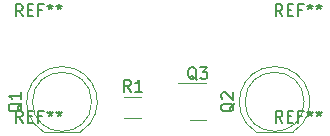
<source format=gbr>
%TF.GenerationSoftware,KiCad,Pcbnew,(6.0.4)*%
%TF.CreationDate,2024-08-12T15:42:03+08:00*%
%TF.ProjectId,laser tanks,6c617365-7220-4746-916e-6b732e6b6963,rev?*%
%TF.SameCoordinates,Original*%
%TF.FileFunction,Legend,Top*%
%TF.FilePolarity,Positive*%
%FSLAX46Y46*%
G04 Gerber Fmt 4.6, Leading zero omitted, Abs format (unit mm)*
G04 Created by KiCad (PCBNEW (6.0.4)) date 2024-08-12 15:42:03*
%MOMM*%
%LPD*%
G01*
G04 APERTURE LIST*
%ADD10C,0.150000*%
%ADD11C,0.120000*%
G04 APERTURE END LIST*
D10*
%TO.C,REF\u002A\u002A*%
X102666666Y-109252380D02*
X102333333Y-108776190D01*
X102095238Y-109252380D02*
X102095238Y-108252380D01*
X102476190Y-108252380D01*
X102571428Y-108300000D01*
X102619047Y-108347619D01*
X102666666Y-108442857D01*
X102666666Y-108585714D01*
X102619047Y-108680952D01*
X102571428Y-108728571D01*
X102476190Y-108776190D01*
X102095238Y-108776190D01*
X103095238Y-108728571D02*
X103428571Y-108728571D01*
X103571428Y-109252380D02*
X103095238Y-109252380D01*
X103095238Y-108252380D01*
X103571428Y-108252380D01*
X104333333Y-108728571D02*
X104000000Y-108728571D01*
X104000000Y-109252380D02*
X104000000Y-108252380D01*
X104476190Y-108252380D01*
X105000000Y-108252380D02*
X105000000Y-108490476D01*
X104761904Y-108395238D02*
X105000000Y-108490476D01*
X105238095Y-108395238D01*
X104857142Y-108680952D02*
X105000000Y-108490476D01*
X105142857Y-108680952D01*
X105761904Y-108252380D02*
X105761904Y-108490476D01*
X105523809Y-108395238D02*
X105761904Y-108490476D01*
X106000000Y-108395238D01*
X105619047Y-108680952D02*
X105761904Y-108490476D01*
X105904761Y-108680952D01*
X102666666Y-100252380D02*
X102333333Y-99776190D01*
X102095238Y-100252380D02*
X102095238Y-99252380D01*
X102476190Y-99252380D01*
X102571428Y-99300000D01*
X102619047Y-99347619D01*
X102666666Y-99442857D01*
X102666666Y-99585714D01*
X102619047Y-99680952D01*
X102571428Y-99728571D01*
X102476190Y-99776190D01*
X102095238Y-99776190D01*
X103095238Y-99728571D02*
X103428571Y-99728571D01*
X103571428Y-100252380D02*
X103095238Y-100252380D01*
X103095238Y-99252380D01*
X103571428Y-99252380D01*
X104333333Y-99728571D02*
X104000000Y-99728571D01*
X104000000Y-100252380D02*
X104000000Y-99252380D01*
X104476190Y-99252380D01*
X105000000Y-99252380D02*
X105000000Y-99490476D01*
X104761904Y-99395238D02*
X105000000Y-99490476D01*
X105238095Y-99395238D01*
X104857142Y-99680952D02*
X105000000Y-99490476D01*
X105142857Y-99680952D01*
X105761904Y-99252380D02*
X105761904Y-99490476D01*
X105523809Y-99395238D02*
X105761904Y-99490476D01*
X106000000Y-99395238D01*
X105619047Y-99680952D02*
X105761904Y-99490476D01*
X105904761Y-99680952D01*
X124666666Y-100252380D02*
X124333333Y-99776190D01*
X124095238Y-100252380D02*
X124095238Y-99252380D01*
X124476190Y-99252380D01*
X124571428Y-99300000D01*
X124619047Y-99347619D01*
X124666666Y-99442857D01*
X124666666Y-99585714D01*
X124619047Y-99680952D01*
X124571428Y-99728571D01*
X124476190Y-99776190D01*
X124095238Y-99776190D01*
X125095238Y-99728571D02*
X125428571Y-99728571D01*
X125571428Y-100252380D02*
X125095238Y-100252380D01*
X125095238Y-99252380D01*
X125571428Y-99252380D01*
X126333333Y-99728571D02*
X126000000Y-99728571D01*
X126000000Y-100252380D02*
X126000000Y-99252380D01*
X126476190Y-99252380D01*
X127000000Y-99252380D02*
X127000000Y-99490476D01*
X126761904Y-99395238D02*
X127000000Y-99490476D01*
X127238095Y-99395238D01*
X126857142Y-99680952D02*
X127000000Y-99490476D01*
X127142857Y-99680952D01*
X127761904Y-99252380D02*
X127761904Y-99490476D01*
X127523809Y-99395238D02*
X127761904Y-99490476D01*
X128000000Y-99395238D01*
X127619047Y-99680952D02*
X127761904Y-99490476D01*
X127904761Y-99680952D01*
X124666666Y-109252380D02*
X124333333Y-108776190D01*
X124095238Y-109252380D02*
X124095238Y-108252380D01*
X124476190Y-108252380D01*
X124571428Y-108300000D01*
X124619047Y-108347619D01*
X124666666Y-108442857D01*
X124666666Y-108585714D01*
X124619047Y-108680952D01*
X124571428Y-108728571D01*
X124476190Y-108776190D01*
X124095238Y-108776190D01*
X125095238Y-108728571D02*
X125428571Y-108728571D01*
X125571428Y-109252380D02*
X125095238Y-109252380D01*
X125095238Y-108252380D01*
X125571428Y-108252380D01*
X126333333Y-108728571D02*
X126000000Y-108728571D01*
X126000000Y-109252380D02*
X126000000Y-108252380D01*
X126476190Y-108252380D01*
X127000000Y-108252380D02*
X127000000Y-108490476D01*
X126761904Y-108395238D02*
X127000000Y-108490476D01*
X127238095Y-108395238D01*
X126857142Y-108680952D02*
X127000000Y-108490476D01*
X127142857Y-108680952D01*
X127761904Y-108252380D02*
X127761904Y-108490476D01*
X127523809Y-108395238D02*
X127761904Y-108490476D01*
X128000000Y-108395238D01*
X127619047Y-108680952D02*
X127761904Y-108490476D01*
X127904761Y-108680952D01*
%TO.C,Q3*%
X117404761Y-105647619D02*
X117309523Y-105600000D01*
X117214285Y-105504761D01*
X117071428Y-105361904D01*
X116976190Y-105314285D01*
X116880952Y-105314285D01*
X116928571Y-105552380D02*
X116833333Y-105504761D01*
X116738095Y-105409523D01*
X116690476Y-105219047D01*
X116690476Y-104885714D01*
X116738095Y-104695238D01*
X116833333Y-104600000D01*
X116928571Y-104552380D01*
X117119047Y-104552380D01*
X117214285Y-104600000D01*
X117309523Y-104695238D01*
X117357142Y-104885714D01*
X117357142Y-105219047D01*
X117309523Y-105409523D01*
X117214285Y-105504761D01*
X117119047Y-105552380D01*
X116928571Y-105552380D01*
X117690476Y-104552380D02*
X118309523Y-104552380D01*
X117976190Y-104933333D01*
X118119047Y-104933333D01*
X118214285Y-104980952D01*
X118261904Y-105028571D01*
X118309523Y-105123809D01*
X118309523Y-105361904D01*
X118261904Y-105457142D01*
X118214285Y-105504761D01*
X118119047Y-105552380D01*
X117833333Y-105552380D01*
X117738095Y-105504761D01*
X117690476Y-105457142D01*
%TO.C,Q2*%
X120587619Y-107595238D02*
X120540000Y-107690476D01*
X120444761Y-107785714D01*
X120301904Y-107928571D01*
X120254285Y-108023809D01*
X120254285Y-108119047D01*
X120492380Y-108071428D02*
X120444761Y-108166666D01*
X120349523Y-108261904D01*
X120159047Y-108309523D01*
X119825714Y-108309523D01*
X119635238Y-108261904D01*
X119540000Y-108166666D01*
X119492380Y-108071428D01*
X119492380Y-107880952D01*
X119540000Y-107785714D01*
X119635238Y-107690476D01*
X119825714Y-107642857D01*
X120159047Y-107642857D01*
X120349523Y-107690476D01*
X120444761Y-107785714D01*
X120492380Y-107880952D01*
X120492380Y-108071428D01*
X119587619Y-107261904D02*
X119540000Y-107214285D01*
X119492380Y-107119047D01*
X119492380Y-106880952D01*
X119540000Y-106785714D01*
X119587619Y-106738095D01*
X119682857Y-106690476D01*
X119778095Y-106690476D01*
X119920952Y-106738095D01*
X120492380Y-107309523D01*
X120492380Y-106690476D01*
%TO.C,Q1*%
X102587619Y-107595238D02*
X102540000Y-107690476D01*
X102444761Y-107785714D01*
X102301904Y-107928571D01*
X102254285Y-108023809D01*
X102254285Y-108119047D01*
X102492380Y-108071428D02*
X102444761Y-108166666D01*
X102349523Y-108261904D01*
X102159047Y-108309523D01*
X101825714Y-108309523D01*
X101635238Y-108261904D01*
X101540000Y-108166666D01*
X101492380Y-108071428D01*
X101492380Y-107880952D01*
X101540000Y-107785714D01*
X101635238Y-107690476D01*
X101825714Y-107642857D01*
X102159047Y-107642857D01*
X102349523Y-107690476D01*
X102444761Y-107785714D01*
X102492380Y-107880952D01*
X102492380Y-108071428D01*
X102492380Y-106690476D02*
X102492380Y-107261904D01*
X102492380Y-106976190D02*
X101492380Y-106976190D01*
X101635238Y-107071428D01*
X101730476Y-107166666D01*
X101778095Y-107261904D01*
%TO.C,R1*%
X111833333Y-106632380D02*
X111500000Y-106156190D01*
X111261904Y-106632380D02*
X111261904Y-105632380D01*
X111642857Y-105632380D01*
X111738095Y-105680000D01*
X111785714Y-105727619D01*
X111833333Y-105822857D01*
X111833333Y-105965714D01*
X111785714Y-106060952D01*
X111738095Y-106108571D01*
X111642857Y-106156190D01*
X111261904Y-106156190D01*
X112785714Y-106632380D02*
X112214285Y-106632380D01*
X112500000Y-106632380D02*
X112500000Y-105632380D01*
X112404761Y-105775238D01*
X112309523Y-105870476D01*
X112214285Y-105918095D01*
D11*
%TO.C,Q3*%
X117500000Y-105940000D02*
X118150000Y-105940000D01*
X117500000Y-109060000D02*
X118150000Y-109060000D01*
X117500000Y-105940000D02*
X115825000Y-105940000D01*
X117500000Y-109060000D02*
X116850000Y-109060000D01*
%TO.C,Q2*%
X122455000Y-110060000D02*
X125545000Y-110060000D01*
X125544830Y-110060000D02*
G75*
G03*
X123999538Y-104510000I-1544830J2560000D01*
G01*
X124000462Y-104510000D02*
G75*
G03*
X122455170Y-110060000I-462J-2990000D01*
G01*
X126500000Y-107500000D02*
G75*
G03*
X126500000Y-107500000I-2500000J0D01*
G01*
%TO.C,Q1*%
X104455000Y-110060000D02*
X107545000Y-110060000D01*
X107544830Y-110060000D02*
G75*
G03*
X105999538Y-104510000I-1544830J2560000D01*
G01*
X106000462Y-104510000D02*
G75*
G03*
X104455170Y-110060000I-462J-2990000D01*
G01*
X108500000Y-107500000D02*
G75*
G03*
X108500000Y-107500000I-2500000J0D01*
G01*
%TO.C,R1*%
X111272936Y-108910000D02*
X112727064Y-108910000D01*
X111272936Y-107090000D02*
X112727064Y-107090000D01*
%TD*%
M02*

</source>
